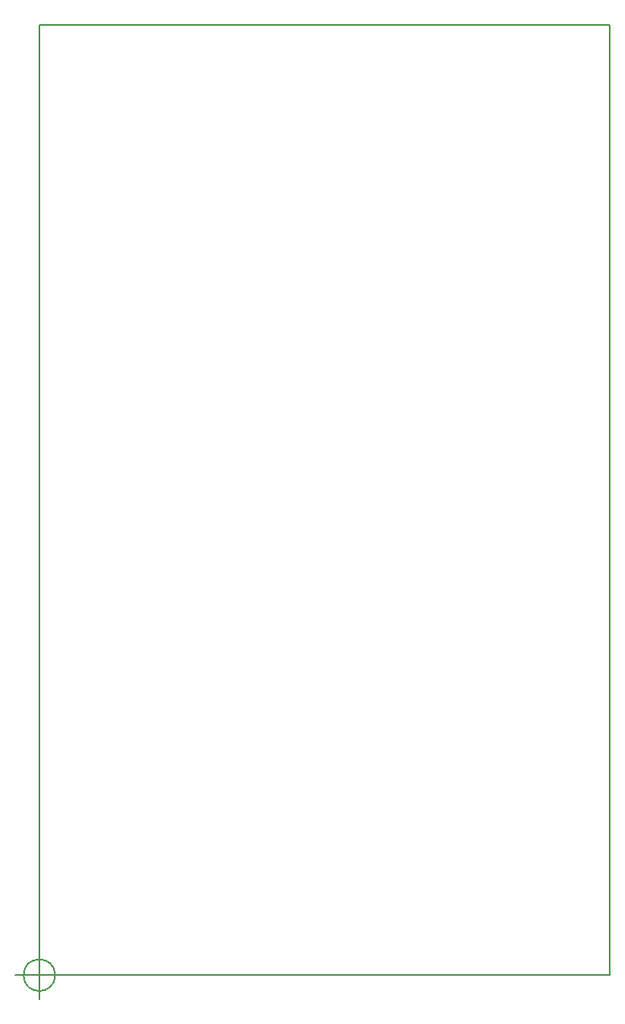
<source format=gbr>
G04 #@! TF.FileFunction,Profile,NP*
%FSLAX46Y46*%
G04 Gerber Fmt 4.6, Leading zero omitted, Abs format (unit mm)*
G04 Created by KiCad (PCBNEW 4.0.2-stable) date 06.12.2016 23:46:42*
%MOMM*%
G01*
G04 APERTURE LIST*
%ADD10C,0.100000*%
%ADD11C,0.150000*%
G04 APERTURE END LIST*
D10*
D11*
X86666666Y-150000000D02*
G75*
G03X86666666Y-150000000I-1666666J0D01*
G01*
X82500000Y-150000000D02*
X87500000Y-150000000D01*
X85000000Y-147500000D02*
X85000000Y-152500000D01*
X145000000Y-50000000D02*
X145000000Y-150000000D01*
X85000000Y-50000000D02*
X145000000Y-50000000D01*
X85000000Y-150000000D02*
X85000000Y-50000000D01*
X85000000Y-150000000D02*
X145000000Y-150000000D01*
M02*

</source>
